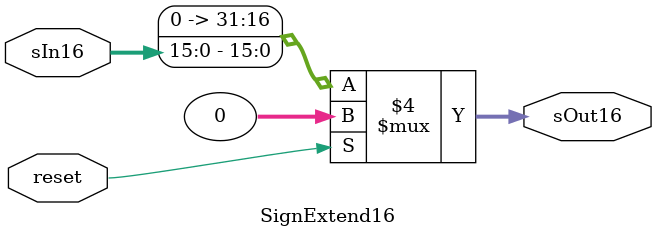
<source format=v>
module SignExtend16(sOut16, sIn16, reset);
    output [31:0] sOut16;
    input [15:0] sIn16;
    input reset;
    reg [31:0] sOut16;
    always @*
        begin
            if(reset == 1)
                sOut16 = 0;
            else
                 sOut16 = {{16{1'b0}},sIn16};
        end
endmodule

</source>
